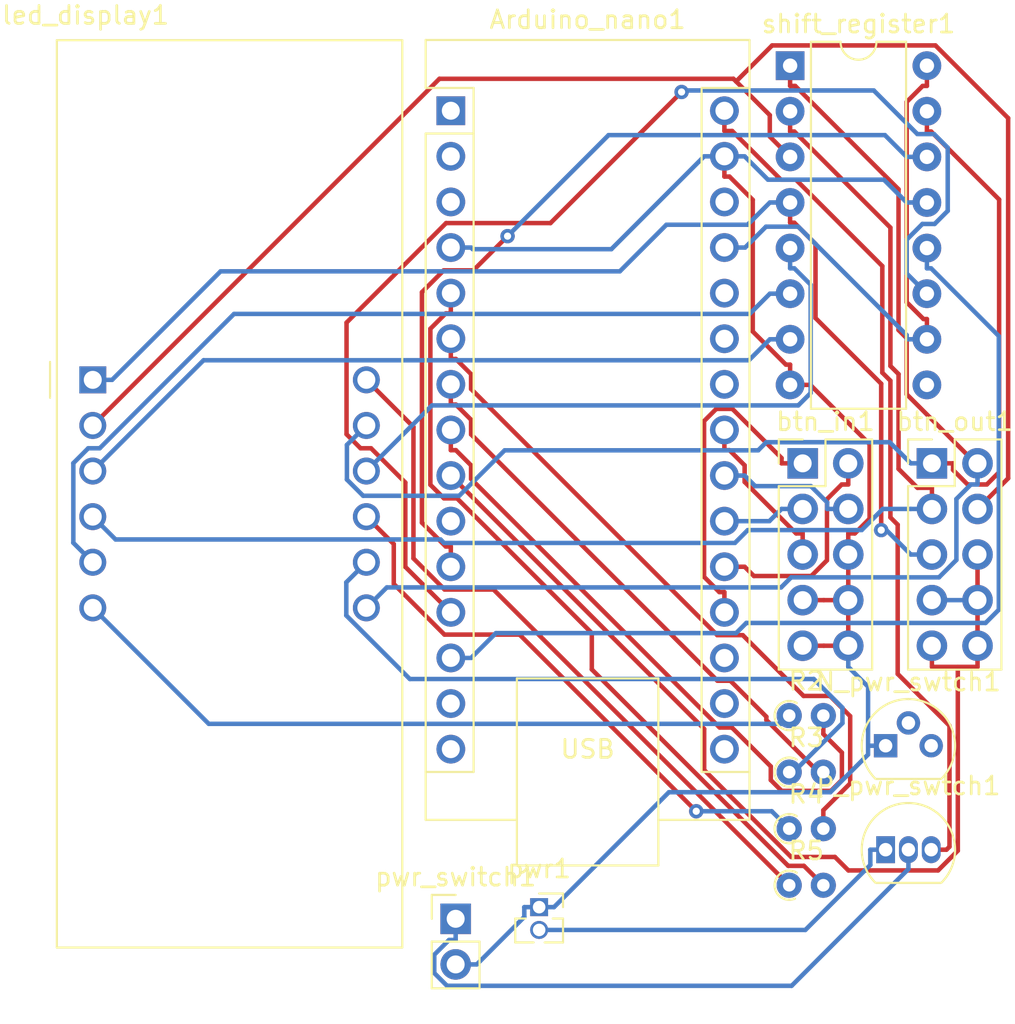
<source format=kicad_pcb>
(kicad_pcb (version 20221018) (generator pcbnew)
  (layers (0 "F.Cu" signal) (31 "B.Cu" signal) (34 "B.Paste" user) (35 "F.Paste" user) (36 "B.SilkS" user "B.Silkscreen") (37 "F.SilkS" user "F.Silkscreen") (38 "B.Mask" user) (39 "F.Mask" user) (44 "Edge.Cuts" user))
  (net 0 "")
  (net 1 "GND")
  (net 2 "Net-(Arduino_nano1-MOSI)")
  (net 3 "Net-(Arduino_nano1-MISO)")
  (net 4 "Net-(N_pwr_swtch1-G)")
  (net 5 "Net-(led_display1-DPX)")
  (net 6 "Net-(led_display1-g)")
  (net 7 "Net-(led_display1-f)")
  (net 12 "Net-(Arduino_nano1-D2)")
  (net 13 "Net-(Arduino_nano1-D3)")
  (net 14 "Net-(Arduino_nano1-D4)")
  (net 15 "Net-(Arduino_nano1-D5)")
  (net 16 "Net-(Arduino_nano1-D6)")
  (net 17 "Net-(Arduino_nano1-D7)")
  (net 18 "Net-(Arduino_nano1-D8)")
  (net 19 "Net-(Arduino_nano1-D9)")
  (net 20 "Net-(Arduino_nano1-D10)")
  (net 21 "Net-(N_pwr_swtch1-D)")
  (net 22 "+6V")
  (net 26 "Net-(Arduino_nano1-A0)")
  (net 27 "Net-(Arduino_nano1-A1)")
  (net 28 "Net-(Arduino_nano1-A2)")
  (net 29 "Net-(Arduino_nano1-A3)")
  (net 30 "Net-(Arduino_nano1-SDA{slash}A4)")
  (net 34 "Net-(Arduino_nano1-+5V)")
  (net 36 "Net-(Arduino_nano1-VIN)")
  (net 37 "Net-(btn_out1-Pin_1)")
  (net 38 "Net-(btn_out1-Pin_2)")
  (net 39 "Net-(btn_out1-Pin_3)")
  (net 40 "Net-(btn_out1-Pin_4)")
  (net 41 "Net-(btn_out1-Pin_5)")
  (net 42 "Net-(led_display1-CA4)")
  (net 43 "Net-(led_display1-CA3)")
  (net 44 "Net-(led_display1-CA2)")
  (net 45 "Net-(led_display1-CA1)")
  (net 46 "Net-(P_pwr_swtch1-G)")
  (footprint "Display_7Segment:CA56-12EWA" (layer "F.Cu") (at 118.395 70.35)
    (fp_text reference "led_display1" (at -0.4 -20.31) (layer "F.SilkS"))
    (fp_text value "CA56-12EWA")
    (pad "1" thru_hole rect (at 0 0) (size 1.5 1.5) (drill 1) (layers "*.Cu" "*.Mask") (net 41 "Net-(btn_out1-Pin_5)"))
    (pad "2" thru_hole circle (at 0 2.54) (size 1.5 1.5) (drill 1) (layers "*.Cu" "*.Mask") (net 40 "Net-(btn_out1-Pin_4)"))
    (pad "3" thru_hole circle (at 0 5.08) (size 1.5 1.5) (drill 1) (layers "*.Cu" "*.Mask") (net 5 "Net-(led_display1-DPX)"))
    (pad "4" thru_hole circle (at 0 7.62) (size 1.5 1.5) (drill 1) (layers "*.Cu" "*.Mask") (net 39 "Net-(btn_out1-Pin_3)"))
    (pad "5" thru_hole circle (at 0 10.16) (size 1.5 1.5) (drill 1) (layers "*.Cu" "*.Mask") (net 6 "Net-(led_display1-g)"))
    (pad "6" thru_hole circle (at 0 12.7) (size 1.5 1.5) (drill 1) (layers "*.Cu" "*.Mask") (net 42 "Net-(led_display1-CA4)"))
    (pad "7" thru_hole circle (at 15.24 12.7) (size 1.5 1.5) (drill 1) (layers "*.Cu" "*.Mask") (net 38 "Net-(btn_out1-Pin_2)"))
    (pad "8" thru_hole circle (at 15.24 10.16) (size 1.5 1.5) (drill 1) (layers "*.Cu" "*.Mask") (net 43 "Net-(led_display1-CA3)"))
    (pad "9" thru_hole circle (at 15.24 7.62) (size 1.5 1.5) (drill 1) (layers "*.Cu" "*.Mask") (net 44 "Net-(led_display1-CA2)"))
    (pad "10" thru_hole circle (at 15.24 5.08) (size 1.5 1.5) (drill 1) (layers "*.Cu" "*.Mask") (net 7 "Net-(led_display1-f)"))
    (pad "11" thru_hole circle (at 15.24 2.54) (size 1.5 1.5) (drill 1) (layers "*.Cu" "*.Mask") (net 37 "Net-(btn_out1-Pin_1)"))
    (pad "12" thru_hole circle (at 15.24 0) (size 1.5 1.5) (drill 1) (layers "*.Cu" "*.Mask") (net 45 "Net-(led_display1-CA1)"))
  )
  (footprint "Resistor_THT:R_Axial_DIN0204_L3.6mm_D1.6mm_P1.90mm_Vertical" (layer "F.Cu") (at 157.19 89.05)
    (fp_text reference "R2" (at 0.95 -1.92) (layer "F.SilkS"))
    (fp_text value "470")
    (pad "1" thru_hole circle (at 0 0) (size 1.4 1.4) (drill 0.7) (layers "*.Cu" "*.Mask") (net 42 "Net-(led_display1-CA4)"))
    (pad "2" thru_hole oval (at 1.9 0) (size 1.4 1.4) (drill 0.7) (layers "*.Cu" "*.Mask") (net 15 "Net-(Arduino_nano1-D5)"))
  )
  (footprint "Connector_PinHeader_2.54mm:PinHeader_2x05_P2.54mm_Vertical" (layer "F.Cu") (at 165.14 75)
    (fp_text reference "btn_out1" (at 1.27 -2.33) (layer "F.SilkS"))
    (fp_text value "~")
    (pad "1" thru_hole rect (at 0 0) (size 1.7 1.7) (drill 1) (layers "*.Cu" "*.Mask") (net 37 "Net-(btn_out1-Pin_1)"))
    (pad "2" thru_hole oval (at 2.54 0) (size 1.7 1.7) (drill 1) (layers "*.Cu" "*.Mask") (net 38 "Net-(btn_out1-Pin_2)"))
    (pad "3" thru_hole oval (at 0 2.54) (size 1.7 1.7) (drill 1) (layers "*.Cu" "*.Mask") (net 39 "Net-(btn_out1-Pin_3)"))
    (pad "4" thru_hole oval (at 2.54 2.54) (size 1.7 1.7) (drill 1) (layers "*.Cu" "*.Mask") (net 40 "Net-(btn_out1-Pin_4)"))
    (pad "5" thru_hole oval (at 0 5.08) (size 1.7 1.7) (drill 1) (layers "*.Cu" "*.Mask") (net 41 "Net-(btn_out1-Pin_5)"))
    (pad "6" thru_hole oval (at 2.54 5.08) (size 1.7 1.7) (drill 1) (layers "*.Cu" "*.Mask") (net 16 "Net-(Arduino_nano1-D6)"))
    (pad "7" thru_hole oval (at 0 7.62) (size 1.7 1.7) (drill 1) (layers "*.Cu" "*.Mask") (net 16 "Net-(Arduino_nano1-D6)"))
    (pad "8" thru_hole oval (at 2.54 7.62) (size 1.7 1.7) (drill 1) (layers "*.Cu" "*.Mask") (net 16 "Net-(Arduino_nano1-D6)"))
    (pad "9" thru_hole oval (at 0 10.16) (size 1.7 1.7) (drill 1) (layers "*.Cu" "*.Mask") (net 16 "Net-(Arduino_nano1-D6)"))
    (pad "10" thru_hole oval (at 2.54 10.16) (size 1.7 1.7) (drill 1) (layers "*.Cu" "*.Mask") (net 16 "Net-(Arduino_nano1-D6)"))
  )
  (footprint "Resistor_THT:R_Axial_DIN0204_L3.6mm_D1.6mm_P1.90mm_Vertical" (layer "F.Cu") (at 157.19 92.2)
    (fp_text reference "R3" (at 0.95 -1.92) (layer "F.SilkS"))
    (fp_text value "470")
    (pad "1" thru_hole circle (at 0 0) (size 1.4 1.4) (drill 0.7) (layers "*.Cu" "*.Mask") (net 43 "Net-(led_display1-CA3)"))
    (pad "2" thru_hole oval (at 1.9 0) (size 1.4 1.4) (drill 0.7) (layers "*.Cu" "*.Mask") (net 14 "Net-(Arduino_nano1-D4)"))
  )
  (footprint "Module:Arduino_Nano" (layer "F.Cu") (at 138.34 55.36)
    (fp_text reference "Arduino_nano1" (at 7.62 -5.08) (layer "F.SilkS"))
    (fp_text value "~")
    (fp_text user "USB" (at 7.62 35.56 unlocked) (layer "F.SilkS"))
    (pad "1" thru_hole rect (at 0 0) (size 1.6 1.6) (drill 1) (layers "*.Cu" "*.Mask"))
    (pad "2" thru_hole oval (at 0 2.54) (size 1.6 1.6) (drill 1) (layers "*.Cu" "*.Mask"))
    (pad "3" thru_hole oval (at 0 5.08) (size 1.6 1.6) (drill 1) (layers "*.Cu" "*.Mask"))
    (pad "4" thru_hole oval (at 0 7.62) (size 1.6 1.6) (drill 1) (layers "*.Cu" "*.Mask") (net 1 "GND"))
    (pad "5" thru_hole oval (at 0 10.16) (size 1.6 1.6) (drill 1) (layers "*.Cu" "*.Mask") (net 12 "Net-(Arduino_nano1-D2)"))
    (pad "6" thru_hole oval (at 0 12.7) (size 1.6 1.6) (drill 1) (layers "*.Cu" "*.Mask") (net 13 "Net-(Arduino_nano1-D3)"))
    (pad "7" thru_hole oval (at 0 15.24) (size 1.6 1.6) (drill 1) (layers "*.Cu" "*.Mask") (net 14 "Net-(Arduino_nano1-D4)"))
    (pad "8" thru_hole oval (at 0 17.78) (size 1.6 1.6) (drill 1) (layers "*.Cu" "*.Mask") (net 15 "Net-(Arduino_nano1-D5)"))
    (pad "9" thru_hole oval (at 0 20.32) (size 1.6 1.6) (drill 1) (layers "*.Cu" "*.Mask") (net 16 "Net-(Arduino_nano1-D6)"))
    (pad "10" thru_hole oval (at 0 22.86) (size 1.6 1.6) (drill 1) (layers "*.Cu" "*.Mask") (net 17 "Net-(Arduino_nano1-D7)"))
    (pad "11" thru_hole oval (at 0 25.4) (size 1.6 1.6) (drill 1) (layers "*.Cu" "*.Mask") (net 18 "Net-(Arduino_nano1-D8)"))
    (pad "12" thru_hole oval (at 0 27.94) (size 1.6 1.6) (drill 1) (layers "*.Cu" "*.Mask") (net 19 "Net-(Arduino_nano1-D9)"))
    (pad "13" thru_hole oval (at 0 30.48) (size 1.6 1.6) (drill 1) (layers "*.Cu" "*.Mask") (net 20 "Net-(Arduino_nano1-D10)"))
    (pad "14" thru_hole oval (at 0 33.02) (size 1.6 1.6) (drill 1) (layers "*.Cu" "*.Mask") (net 2 "Net-(Arduino_nano1-MOSI)"))
    (pad "15" thru_hole oval (at 0 35.56) (size 1.6 1.6) (drill 1) (layers "*.Cu" "*.Mask") (net 3 "Net-(Arduino_nano1-MISO)"))
    (pad "16" thru_hole oval (at 15.24 35.56) (size 1.6 1.6) (drill 1) (layers "*.Cu" "*.Mask"))
    (pad "17" thru_hole oval (at 15.24 33.02) (size 1.6 1.6) (drill 1) (layers "*.Cu" "*.Mask"))
    (pad "18" thru_hole oval (at 15.24 30.48) (size 1.6 1.6) (drill 1) (layers "*.Cu" "*.Mask"))
    (pad "19" thru_hole oval (at 15.24 27.94) (size 1.6 1.6) (drill 1) (layers "*.Cu" "*.Mask") (net 26 "Net-(Arduino_nano1-A0)"))
    (pad "20" thru_hole oval (at 15.24 25.4) (size 1.6 1.6) (drill 1) (layers "*.Cu" "*.Mask") (net 27 "Net-(Arduino_nano1-A1)"))
    (pad "21" thru_hole oval (at 15.24 22.86) (size 1.6 1.6) (drill 1) (layers "*.Cu" "*.Mask") (net 28 "Net-(Arduino_nano1-A2)"))
    (pad "22" thru_hole oval (at 15.24 20.32) (size 1.6 1.6) (drill 1) (layers "*.Cu" "*.Mask") (net 29 "Net-(Arduino_nano1-A3)"))
    (pad "23" thru_hole oval (at 15.24 17.78) (size 1.6 1.6) (drill 1) (layers "*.Cu" "*.Mask") (net 30 "Net-(Arduino_nano1-SDA{slash}A4)"))
    (pad "24" thru_hole oval (at 15.24 15.24) (size 1.6 1.6) (drill 1) (layers "*.Cu" "*.Mask"))
    (pad "25" thru_hole oval (at 15.24 12.7) (size 1.6 1.6) (drill 1) (layers "*.Cu" "*.Mask"))
    (pad "26" thru_hole oval (at 15.24 10.16) (size 1.6 1.6) (drill 1) (layers "*.Cu" "*.Mask"))
    (pad "27" thru_hole oval (at 15.24 7.62) (size 1.6 1.6) (drill 1) (layers "*.Cu" "*.Mask") (net 34 "Net-(Arduino_nano1-+5V)"))
    (pad "28" thru_hole oval (at 15.24 5.08) (size 1.6 1.6) (drill 1) (layers "*.Cu" "*.Mask"))
    (pad "29" thru_hole oval (at 15.24 2.54) (size 1.6 1.6) (drill 1) (layers "*.Cu" "*.Mask") (net 1 "GND"))
    (pad "30" thru_hole oval (at 15.24 0) (size 1.6 1.6) (drill 1) (layers "*.Cu" "*.Mask") (net 36 "Net-(Arduino_nano1-VIN)"))
  )
  (footprint "Package_TO_SOT_THT:TO-92_Inline" (layer "F.Cu") (at 162.56 96.52)
    (fp_text reference "P_pwr_swtch1" (at 1.27 -3.56) (layer "F.SilkS"))
    (fp_text value "VP3203N3-G")
    (pad "1" thru_hole rect (at 0 0) (size 1.05 1.5) (drill 0.75) (layers "*.Cu" "*.Mask") (net 22 "+6V"))
    (pad "2" thru_hole oval (at 1.27 0) (size 1.05 1.5) (drill 0.75) (layers "*.Cu" "*.Mask") (net 46 "Net-(P_pwr_swtch1-G)"))
    (pad "3" thru_hole oval (at 2.54 0) (size 1.05 1.5) (drill 0.75) (layers "*.Cu" "*.Mask") (net 36 "Net-(Arduino_nano1-VIN)"))
  )
  (footprint "Package_DIP:DIP-16_W7.62mm" (layer "F.Cu") (at 157.24 52.85)
    (fp_text reference "shift_register1" (at 3.81 -2.33) (layer "F.SilkS"))
    (fp_text value "74HC595")
    (pad "1" thru_hole rect (at 0 0) (size 1.6 1.6) (drill 0.8) (layers "*.Cu" "*.Mask") (net 38 "Net-(btn_out1-Pin_2)"))
    (pad "2" thru_hole oval (at 0 2.54) (size 1.6 1.6) (drill 0.8) (layers "*.Cu" "*.Mask") (net 39 "Net-(btn_out1-Pin_3)"))
    (pad "3" thru_hole oval (at 0 5.08) (size 1.6 1.6) (drill 0.8) (layers "*.Cu" "*.Mask") (net 40 "Net-(btn_out1-Pin_4)"))
    (pad "4" thru_hole oval (at 0 7.62) (size 1.6 1.6) (drill 0.8) (layers "*.Cu" "*.Mask") (net 41 "Net-(btn_out1-Pin_5)"))
    (pad "5" thru_hole oval (at 0 10.16) (size 1.6 1.6) (drill 0.8) (layers "*.Cu" "*.Mask") (net 7 "Net-(led_display1-f)"))
    (pad "6" thru_hole oval (at 0 12.7) (size 1.6 1.6) (drill 0.8) (layers "*.Cu" "*.Mask") (net 6 "Net-(led_display1-g)"))
    (pad "7" thru_hole oval (at 0 15.24) (size 1.6 1.6) (drill 0.8) (layers "*.Cu" "*.Mask") (net 5 "Net-(led_display1-DPX)"))
    (pad "8" thru_hole oval (at 0 17.78) (size 1.6 1.6) (drill 0.8) (layers "*.Cu" "*.Mask") (net 1 "GND"))
    (pad "9" thru_hole oval (at 7.62 17.78) (size 1.6 1.6) (drill 0.8) (layers "*.Cu" "*.Mask"))
    (pad "10" thru_hole oval (at 7.62 15.24) (size 1.6 1.6) (drill 0.8) (layers "*.Cu" "*.Mask") (net 34 "Net-(Arduino_nano1-+5V)"))
    (pad "11" thru_hole oval (at 7.62 12.7) (size 1.6 1.6) (drill 0.8) (layers "*.Cu" "*.Mask") (net 19 "Net-(Arduino_nano1-D9)"))
    (pad "12" thru_hole oval (at 7.62 10.16) (size 1.6 1.6) (drill 0.8) (layers "*.Cu" "*.Mask") (net 20 "Net-(Arduino_nano1-D10)"))
    (pad "13" thru_hole oval (at 7.62 7.62) (size 1.6 1.6) (drill 0.8) (layers "*.Cu" "*.Mask") (net 1 "GND"))
    (pad "14" thru_hole oval (at 7.62 5.08) (size 1.6 1.6) (drill 0.8) (layers "*.Cu" "*.Mask") (net 18 "Net-(Arduino_nano1-D8)"))
    (pad "15" thru_hole oval (at 7.62 2.54) (size 1.6 1.6) (drill 0.8) (layers "*.Cu" "*.Mask") (net 37 "Net-(btn_out1-Pin_1)"))
    (pad "16" thru_hole oval (at 7.62 0) (size 1.6 1.6) (drill 0.8) (layers "*.Cu" "*.Mask") (net 34 "Net-(Arduino_nano1-+5V)"))
  )
  (footprint "Connector_PinHeader_2.54mm:PinHeader_2x05_P2.54mm_Vertical" (layer "F.Cu") (at 157.94 75)
    (fp_text reference "btn_in1" (at 1.27 -2.33) (layer "F.SilkS"))
    (fp_text value "~")
    (pad "1" thru_hole rect (at 0 0) (size 1.7 1.7) (drill 1) (layers "*.Cu" "*.Mask") (net 26 "Net-(Arduino_nano1-A0)"))
    (pad "2" thru_hole oval (at 2.54 0) (size 1.7 1.7) (drill 1) (layers "*.Cu" "*.Mask") (net 27 "Net-(Arduino_nano1-A1)"))
    (pad "3" thru_hole oval (at 0 2.54) (size 1.7 1.7) (drill 1) (layers "*.Cu" "*.Mask") (net 28 "Net-(Arduino_nano1-A2)"))
    (pad "4" thru_hole oval (at 2.54 2.54) (size 1.7 1.7) (drill 1) (layers "*.Cu" "*.Mask") (net 29 "Net-(Arduino_nano1-A3)"))
    (pad "5" thru_hole oval (at 0 5.08) (size 1.7 1.7) (drill 1) (layers "*.Cu" "*.Mask") (net 30 "Net-(Arduino_nano1-SDA{slash}A4)"))
    (pad "6" thru_hole oval (at 2.54 5.08) (size 1.7 1.7) (drill 1) (layers "*.Cu" "*.Mask") (net 1 "GND"))
    (pad "7" thru_hole oval (at 0 7.62) (size 1.7 1.7) (drill 1) (layers "*.Cu" "*.Mask") (net 1 "GND"))
    (pad "8" thru_hole oval (at 2.54 7.62) (size 1.7 1.7) (drill 1) (layers "*.Cu" "*.Mask") (net 1 "GND"))
    (pad "9" thru_hole oval (at 0 10.16) (size 1.7 1.7) (drill 1) (layers "*.Cu" "*.Mask") (net 1 "GND"))
    (pad "10" thru_hole oval (at 2.54 10.16) (size 1.7 1.7) (drill 1) (layers "*.Cu" "*.Mask") (net 1 "GND"))
  )
  (footprint "Resistor_THT:R_Axial_DIN0204_L3.6mm_D1.6mm_P1.90mm_Vertical" (layer "F.Cu") (at 157.19 95.35)
    (fp_text reference "R4" (at 0.95 -1.92) (layer "F.SilkS"))
    (fp_text value "470")
    (pad "1" thru_hole circle (at 0 0) (size 1.4 1.4) (drill 0.7) (layers "*.Cu" "*.Mask") (net 44 "Net-(led_display1-CA2)"))
    (pad "2" thru_hole oval (at 1.9 0) (size 1.4 1.4) (drill 0.7) (layers "*.Cu" "*.Mask") (net 13 "Net-(Arduino_nano1-D3)"))
  )
  (footprint "Connector_PinHeader_2.54mm:PinHeader_1x02_P2.54mm_Vertical" (layer "F.Cu") (at 138.61 100.37)
    (fp_text reference "pwr_switch1" (at 0 -2.33) (layer "F.SilkS"))
    (fp_text value "~")
    (pad "1" thru_hole rect (at 0 0) (size 1.7 1.7) (drill 1) (layers "*.Cu" "*.Mask") (net 46 "Net-(P_pwr_swtch1-G)"))
    (pad "2" thru_hole oval (at 0 2.54) (size 1.7 1.7) (drill 1) (layers "*.Cu" "*.Mask") (net 1 "GND"))
  )
  (footprint "Connector_PinSocket_1.27mm:PinSocket_1x02_P1.27mm_Vertical" (layer "F.Cu") (at 143.26 99.72)
    (fp_text reference "pwr1" (at 0 -2.135) (layer "F.SilkS"))
    (fp_text value "Conn_01x02_Socket")
    (pad "1" thru_hole rect (at 0 0) (size 1 1) (drill 0.7) (layers "*.Cu" "*.Mask") (net 1 "GND"))
    (pad "2" thru_hole oval (at 0 1.27) (size 1 1) (drill 0.7) (layers "*.Cu" "*.Mask") (net 22 "+6V"))
  )
  (footprint "Package_TO_SOT_THT:TO-92" (layer "F.Cu") (at 162.56 90.73)
    (fp_text reference "N_pwr_swtch1" (at 1.27 -3.56) (layer "F.SilkS"))
    (fp_text value "512-BS270")
    (pad "1" thru_hole rect (at 0 0) (size 1.3 1.3) (drill 0.75) (layers "*.Cu" "*.Mask") (net 1 "GND"))
    (pad "2" thru_hole circle (at 1.27 -1.27) (size 1.3 1.3) (drill 0.75) (layers "*.Cu" "*.Mask") (net 4 "Net-(N_pwr_swtch1-G)"))
    (pad "3" thru_hole circle (at 2.54 0) (size 1.3 1.3) (drill 0.75) (layers "*.Cu" "*.Mask") (net 21 "Net-(N_pwr_swtch1-D)"))
  )
  (footprint "Resistor_THT:R_Axial_DIN0204_L3.6mm_D1.6mm_P1.90mm_Vertical" (layer "F.Cu") (at 157.19 98.5)
    (fp_text reference "R5" (at 0.95 -1.92) (layer "F.SilkS"))
    (fp_text value "470")
    (pad "1" thru_hole circle (at 0 0) (size 1.4 1.4) (drill 0.7) (layers "*.Cu" "*.Mask") (net 45 "Net-(led_display1-CA1)"))
    (pad "2" thru_hole oval (at 1.9 0) (size 1.4 1.4) (drill 0.7) (layers "*.Cu" "*.Mask") (net 12 "Net-(Arduino_nano1-D2)"))
  )
  (segment (start 158.3669 70.63) (end 161.669 73.9321) (width 0.25) (layer "F.Cu") (net 1))
  (segment (start 160.48 85.16) (end 159.1169 85.16) (width 0.25) (layer "F.Cu") (net 1))
  (segment (start 161.669 73.9321) (end 161.669 78.0819) (width 0.25) (layer "F.Cu") (net 1))
  (segment (start 160.48 82.62) (end 159.1169 82.62) (width 0.25) (layer "F.Cu") (net 1))
  (segment (start 160.48 82.62) (end 160.48 80.08) (width 0.25) (layer "F.Cu") (net 1))
  (segment (start 155.1588 67.6554) (end 155.1588 60.3239) (width 0.25) (layer "F.Cu") (net 1))
  (segment (start 157.94 85.16) (end 159.1169 85.16) (width 0.25) (layer "F.Cu") (net 1))
  (segment (start 155.1588 60.3239) (end 153.8618 59.0269) (width 0.25) (layer "F.Cu") (net 1))
  (segment (start 157.24 70.63) (end 158.3669 70.63) (width 0.25) (layer "F.Cu") (net 1))
  (segment (start 160.48 85.16) (end 160.48 82.62) (width 0.25) (layer "F.Cu") (net 1))
  (segment (start 153.8618 59.0269) (end 153.58 59.0269) (width 0.25) (layer "F.Cu") (net 1))
  (segment (start 160.48 80.08) (end 160.48 78.9031) (width 0.25) (layer "F.Cu") (net 1))
  (segment (start 157.24 69.5031) (end 157.0065 69.5031) (width 0.25) (layer "F.Cu") (net 1))
  (segment (start 160.8478 78.9031) (end 160.48 78.9031) (width 0.25) (layer "F.Cu") (net 1))
  (segment (start 153.58 57.9) (end 153.58 59.0269) (width 0.25) (layer "F.Cu") (net 1))
  (segment (start 161.669 78.0819) (end 160.8478 78.9031) (width 0.25) (layer "F.Cu") (net 1))
  (segment (start 157.0065 69.5031) (end 155.1588 67.6554) (width 0.25) (layer "F.Cu") (net 1))
  (segment (start 157.24 70.63) (end 157.24 69.5031) (width 0.25) (layer "F.Cu") (net 1))
  (segment (start 157.94 82.62) (end 159.1169 82.62) (width 0.25) (layer "F.Cu") (net 1))
  (segment (start 150.4883 93.3186) (end 144.0869 99.72) (width 0.25) (layer "B.Cu") (net 1))
  (segment (start 153.58 57.9) (end 152.4531 57.9) (width 0.25) (layer "B.Cu") (net 1))
  (segment (start 153.58 57.9) (end 154.7069 57.9) (width 0.25) (layer "B.Cu") (net 1))
  (segment (start 161.5831 90.73) (end 161.5831 91.2184) (width 0.25) (layer "B.Cu") (net 1))
  (segment (start 162.4631 59.2) (end 163.7331 60.47) (width 0.25) (layer "B.Cu") (net 1))
  (segment (start 162.56 90.73) (end 161.5831 90.73) (width 0.25) (layer "B.Cu") (net 1))
  (segment (start 156.0069 59.2) (end 162.4631 59.2) (width 0.25) (layer "B.Cu") (net 1))
  (segment (start 142.4331 99.72) (end 142.4331 100.2638) (width 0.25) (layer "B.Cu") (net 1))
  (segment (start 142.4331 100.2638) (end 139.7869 102.91) (width 0.25) (layer "B.Cu") (net 1))
  (segment (start 139.5588 63.0719) (end 147.2812 63.0719) (width 0.25) (layer "B.Cu") (net 1))
  (segment (start 143.26 99.72) (end 144.0869 99.72) (width 0.25) (layer "B.Cu") (net 1))
  (segment (start 154.7069 57.9) (end 156.0069 59.2) (width 0.25) (layer "B.Cu") (net 1))
  (segment (start 138.61 102.91) (end 139.7869 102.91) (width 0.25) (layer "B.Cu") (net 1))
  (segment (start 139.4669 62.98) (end 139.5588 63.0719) (width 0.25) (layer "B.Cu") (net 1))
  (segment (start 143.26 99.72) (end 142.4331 99.72) (width 0.25) (layer "B.Cu") (net 1))
  (segment (start 147.2812 63.0719) (end 152.4531 57.9) (width 0.25) (layer "B.Cu") (net 1))
  (segment (start 161.5831 91.2184) (end 159.4829 93.3186) (width 0.25) (layer "B.Cu") (net 1))
  (segment (start 160.48 85.16) (end 160.48 86.3369) (width 0.25) (layer "B.Cu") (net 1))
  (segment (start 159.4829 93.3186) (end 150.4883 93.3186) (width 0.25) (layer "B.Cu") (net 1))
  (segment (start 161.5831 87.44) (end 160.48 86.3369) (width 0.25) (layer "B.Cu") (net 1))
  (segment (start 138.34 62.98) (end 139.4669 62.98) (width 0.25) (layer "B.Cu") (net 1))
  (segment (start 161.5831 90.73) (end 161.5831 87.44) (width 0.25) (layer "B.Cu") (net 1))
  (segment (start 164.86 60.47) (end 163.7331 60.47) (width 0.25) (layer "B.Cu") (net 1))
  (segment (start 118.395 75.43) (end 124.5658 69.2592) (width 0.25) (layer "B.Cu") (net 5))
  (segment (start 157.24 68.09) (end 156.1131 68.09) (width 0.25) (layer "B.Cu") (net 5))
  (segment (start 154.9439 69.2592) (end 156.1131 68.09) (width 0.25) (layer "B.Cu") (net 5))
  (segment (start 124.5658 69.2592) (end 154.9439 69.2592) (width 0.25) (layer "B.Cu") (net 5))
  (segment (start 118.7814 74.16) (end 118.1419 74.16) (width 0.25) (layer "B.Cu") (net 6))
  (segment (start 157.24 65.55) (end 156.1131 65.55) (width 0.25) (layer "B.Cu") (net 6))
  (segment (start 117.3124 74.9895) (end 117.3124 79.4274) (width 0.25) (layer "B.Cu") (net 6))
  (segment (start 154.9862 66.6769) (end 126.2645 66.6769) (width 0.25) (layer "B.Cu") (net 6))
  (segment (start 156.1131 65.55) (end 154.9862 66.6769) (width 0.25) (layer "B.Cu") (net 6))
  (segment (start 117.3124 79.4274) (end 118.395 80.51) (width 0.25) (layer "B.Cu") (net 6))
  (segment (start 126.2645 66.6769) (end 118.7814 74.16) (width 0.25) (layer "B.Cu") (net 6))
  (segment (start 118.1419 74.16) (end 117.3124 74.9895) (width 0.25) (layer "B.Cu") (net 6))
  (segment (start 157.696 71.7724) (end 158.3861 71.0823) (width 0.25) (layer "B.Cu") (net 7))
  (segment (start 158.3861 71.0823) (end 158.3861 65.0495) (width 0.25) (layer "B.Cu") (net 7))
  (segment (start 158.3861 65.0495) (end 157.4735 64.1369) (width 0.25) (layer "B.Cu") (net 7))
  (segment (start 133.635 75.43) (end 137.2926 71.7724) (width 0.25) (layer "B.Cu") (net 7))
  (segment (start 157.24 63.01) (end 157.24 64.1369) (width 0.25) (layer "B.Cu") (net 7))
  (segment (start 137.2926 71.7724) (end 157.696 71.7724) (width 0.25) (layer "B.Cu") (net 7))
  (segment (start 157.4735 64.1369) (end 157.24 64.1369) (width 0.25) (layer "B.Cu") (net 7))
  (segment (start 138.6879 76.95) (end 137.9585 76.95) (width 0.25) (layer "F.Cu") (net 12))
  (segment (start 159.09 98.5) (end 158.0104 97.4204) (width 0.25) (layer "F.Cu") (net 12))
  (segment (start 138.0583 66.6469) (end 138.34 66.6469) (width 0.25) (layer "F.Cu") (net 12))
  (segment (start 137.2001 67.5051) (end 138.0583 66.6469) (width 0.25) (layer "F.Cu") (net 12))
  (segment (start 138.34 65.52) (end 138.34 66.6469) (width 0.25) (layer "F.Cu") (net 12))
  (segment (start 158.0104 97.4204) (end 157.1351 97.4204) (width 0.25) (layer "F.Cu") (net 12))
  (segment (start 157.1351 97.4204) (end 146.1933 86.4786) (width 0.25) (layer "F.Cu") (net 12))
  (segment (start 146.1933 86.4786) (end 146.1933 84.4554) (width 0.25) (layer "F.Cu") (net 12))
  (segment (start 146.1933 84.4554) (end 138.6879 76.95) (width 0.25) (layer "F.Cu") (net 12))
  (segment (start 137.9585 76.95) (end 137.2001 76.1916) (width 0.25) (layer "F.Cu") (net 12))
  (segment (start 137.2001 76.1916) (end 137.2001 67.5051) (width 0.25) (layer "F.Cu") (net 12))
  (segment (start 154.6029 84.57) (end 153.1809 84.57) (width 0.25) (layer "F.Cu") (net 13))
  (segment (start 139.4669 70.856) (end 139.4669 70.032) (width 0.25) (layer "F.Cu") (net 13))
  (segment (start 159.09 95.35) (end 159.09 94.3231) (width 0.25) (layer "F.Cu") (net 13))
  (segment (start 153.1809 84.57) (end 139.4669 70.856) (width 0.25) (layer "F.Cu") (net 13))
  (segment (start 139.4669 70.032) (end 138.6218 69.1869) (width 0.25) (layer "F.Cu") (net 13))
  (segment (start 160.5867 92.8264) (end 160.5867 89.0836) (width 0.25) (layer "F.Cu") (net 13))
  (segment (start 157.9884 87.9555) (end 154.6029 84.57) (width 0.25) (layer "F.Cu") (net 13))
  (segment (start 160.5867 89.0836) (end 159.4586 87.9555) (width 0.25) (layer "F.Cu") (net 13))
  (segment (start 159.4586 87.9555) (end 157.9884 87.9555) (width 0.25) (layer "F.Cu") (net 13))
  (segment (start 159.09 94.3231) (end 160.5867 92.8264) (width 0.25) (layer "F.Cu") (net 13))
  (segment (start 138.34 68.06) (end 138.34 69.1869) (width 0.25) (layer "F.Cu") (net 13))
  (segment (start 138.6218 69.1869) (end 138.34 69.1869) (width 0.25) (layer "F.Cu") (net 13))
  (segment (start 155.9154 89.2938) (end 158.8216 92.2) (width 0.25) (layer "F.Cu") (net 14))
  (segment (start 138.34 71.7269) (end 138.6218 71.7269) (width 0.25) (layer "F.Cu") (net 14))
  (segment (start 139.4669 72.572) (end 139.4669 73.3845) (width 0.25) (layer "F.Cu") (net 14))
  (segment (start 155.9154 89.1123) (end 155.9154 89.2938) (width 0.25) (layer "F.Cu") (net 14))
  (segment (start 138.6218 71.7269) (end 139.4669 72.572) (width 0.25) (layer "F.Cu") (net 14))
  (segment (start 158.8216 92.2) (end 159.09 92.2) (width 0.25) (layer "F.Cu") (net 14))
  (segment (start 153.9131 87.11) (end 155.9154 89.1123) (width 0.25) (layer "F.Cu") (net 14))
  (segment (start 139.4669 73.3845) (end 153.1924 87.11) (width 0.25) (layer "F.Cu") (net 14))
  (segment (start 153.1924 87.11) (end 153.9131 87.11) (width 0.25) (layer "F.Cu") (net 14))
  (segment (start 138.34 70.6) (end 138.34 71.7269) (width 0.25) (layer "F.Cu") (net 14))
  (segment (start 138.34 73.14) (end 138.34 74.2669) (width 0.25) (layer "F.Cu") (net 15))
  (segment (start 159.09 89.05) (end 159.09 90.0769) (width 0.25) (layer "F.Cu") (net 15))
  (segment (start 138.6218 74.2669) (end 139.4669 75.112) (width 0.25) (layer "F.Cu") (net 15))
  (segment (start 139.4669 75.8662) (end 153.316 89.7153) (width 0.25) (layer "F.Cu") (net 15))
  (segment (start 156.1631 91.8806) (end 156.1631 92.6404) (width 0.25) (layer "F.Cu") (net 15))
  (segment (start 156.7675 93.2448) (end 159.5134 93.2448) (width 0.25) (layer "F.Cu") (net 15))
  (segment (start 156.1631 92.6404) (end 156.7675 93.2448) (width 0.25) (layer "F.Cu") (net 15))
  (segment (start 138.34 74.2669) (end 138.6218 74.2669) (width 0.25) (layer "F.Cu") (net 15))
  (segment (start 139.4669 75.112) (end 139.4669 75.8662) (width 0.25) (layer "F.Cu") (net 15))
  (segment (start 153.9978 89.7153) (end 156.1631 91.8806) (width 0.25) (layer "F.Cu") (net 15))
  (segment (start 160.1251 91.112) (end 159.09 90.0769) (width 0.25) (layer "F.Cu") (net 15))
  (segment (start 159.5134 93.2448) (end 160.1251 92.6331) (width 0.25) (layer "F.Cu") (net 15))
  (segment (start 153.316 89.7153) (end 153.9978 89.7153) (width 0.25) (layer "F.Cu") (net 15))
  (segment (start 160.1251 92.6331) (end 160.1251 91.112) (width 0.25) (layer "F.Cu") (net 15))
  (segment (start 167.68 82.62) (end 167.68 80.08) (width 0.25) (layer "F.Cu") (net 16))
  (segment (start 167.68 85.16) (end 167.68 86.3369) (width 0.25) (layer "F.Cu") (net 16))
  (segment (start 152.4531 89.7931) (end 152.4531 92.0812) (width 0.25) (layer "F.Cu") (net 16))
  (segment (start 167.68 86.3369) (end 166.582 86.3369) (width 0.25) (layer "F.Cu") (net 16))
  (segment (start 138.34 75.68) (end 152.4531 89.7931) (width 0.25) (layer "F.Cu") (net 16))
  (segment (start 152.4531 92.0812) (end 157.2969 96.925) (width 0.25) (layer "F.Cu") (net 16))
  (segment (start 157.2969 96.925) (end 159.7369 96.925) (width 0.25) (layer "F.Cu") (net 16))
  (segment (start 160.4857 97.6738) (end 165.484 97.6738) (width 0.25) (layer "F.Cu") (net 16))
  (segment (start 165.484 97.6738) (end 166.582 96.5758) (width 0.25) (layer "F.Cu") (net 16))
  (segment (start 159.7369 96.925) (end 160.4857 97.6738) (width 0.25) (layer "F.Cu") (net 16))
  (segment (start 165.14 85.16) (end 165.14 86.3369) (width 0.25) (layer "F.Cu") (net 16))
  (segment (start 166.582 96.5758) (end 166.582 86.3369) (width 0.25) (layer "F.Cu") (net 16))
  (segment (start 167.68 85.16) (end 167.68 82.62) (width 0.25) (layer "F.Cu") (net 16))
  (segment (start 166.582 86.3369) (end 165.14 86.3369) (width 0.25) (layer "F.Cu") (net 16))
  (segment (start 167.68 82.62) (end 165.14 82.62) (width 0.25) (layer "B.Cu") (net 16))
  (segment (start 137.9467 64.25) (end 139.5953 64.25) (width 0.25) (layer "F.Cu") (net 18))
  (segment (start 138.0583 79.6331) (end 136.7292 78.304) (width 0.25) (layer "F.Cu") (net 18))
  (segment (start 139.5953 64.25) (end 141.5003 62.345) (width 0.25) (layer "F.Cu") (net 18))
  (segment (start 138.34 80.76) (end 138.34 79.6331) (width 0.25) (layer "F.Cu") (net 18))
  (segment (start 138.34 79.6331) (end 138.0583 79.6331) (width 0.25) (layer "F.Cu") (net 18))
  (segment (start 136.7292 65.4675) (end 137.9467 64.25) (width 0.25) (layer "F.Cu") (net 18))
  (segment (start 136.7292 78.304) (end 136.7292 65.4675) (width 0.25) (layer "F.Cu") (net 18))
  (via (at 141.5003 62.345) (size 0.8) (drill 0.4) (layers "F.Cu" "B.Cu") (net 18))
  (segment (start 164.86 57.93) (end 163.7331 57.93) (width 0.25) (layer "B.Cu") (net 18))
  (segment (start 162.5204 56.7173) (end 163.7331 57.93) (width 0.25) (layer "B.Cu") (net 18))
  (segment (start 147.128 56.7173) (end 162.5204 56.7173) (width 0.25) (layer "B.Cu") (net 18))
  (segment (start 141.5003 62.345) (end 147.128 56.7173) (width 0.25) (layer "B.Cu") (net 18))
  (segment (start 133.8959 74.16) (end 135.806 76.0701) (width 0.25) (layer "F.Cu") (net 19))
  (segment (start 132.5309 67.1622) (end 132.5309 73.3796) (width 0.25) (layer "F.Cu") (net 19))
  (segment (start 138.075 61.6181) (end 132.5309 67.1622) (width 0.25) (layer "F.Cu") (net 19))
  (segment (start 135.806 76.0701) (end 135.806 80.766) (width 0.25) (layer "F.Cu") (net 19))
  (segment (start 133.3113 74.16) (end 133.8959 74.16) (width 0.25) (layer "F.Cu") (net 19))
  (segment (start 151.1933 54.3157) (end 143.8909 61.6181) (width 0.25) (layer "F.Cu") (net 19))
  (segment (start 132.5309 73.3796) (end 133.3113 74.16) (width 0.25) (layer "F.Cu") (net 19))
  (segment (start 135.806 80.766) (end 138.34 83.3) (width 0.25) (layer "F.Cu") (net 19))
  (segment (start 143.8909 61.6181) (end 138.075 61.6181) (width 0.25) (layer "F.Cu") (net 19))
  (via (at 151.1933 54.3157) (size 0.8) (drill 0.4) (layers "F.Cu" "B.Cu") (net 19))
  (segment (start 164.3298 56.66) (end 161.9008 54.231) (width 0.25) (layer "B.Cu") (net 19))
  (segment (start 163.7321 64.4221) (end 163.7321 62.5441) (width 0.25) (layer "B.Cu") (net 19))
  (segment (start 151.278 54.231) (end 151.1933 54.3157) (width 0.25) (layer "B.Cu") (net 19))
  (segment (start 166.0199 57.4188) (end 165.2611 56.66) (width 0.25) (layer "B.Cu") (net 19))
  (segment (start 166.0199 60.9371) (end 166.0199 57.4188) (width 0.25) (layer "B.Cu") (net 19))
  (segment (start 161.9008 54.231) (end 151.278 54.231) (width 0.25) (layer "B.Cu") (net 19))
  (segment (start 164.86 65.55) (end 163.7321 64.4221) (width 0.25) (layer "B.Cu") (net 19))
  (segment (start 163.7321 62.5441) (end 164.6101 61.6661) (width 0.25) (layer "B.Cu") (net 19))
  (segment (start 165.2611 56.66) (end 164.3298 56.66) (width 0.25) (layer "B.Cu") (net 19))
  (segment (start 164.6101 61.6661) (end 165.2909 61.6661) (width 0.25) (layer "B.Cu") (net 19))
  (segment (start 165.2909 61.6661) (end 166.0199 60.9371) (width 0.25) (layer "B.Cu") (net 19))
  (segment (start 140.851 84.4559) (end 154.2341 84.4559) (width 0.25) (layer "B.Cu") (net 20))
  (segment (start 168.1296 83.89) (end 168.8663 83.1533) (width 0.25) (layer "B.Cu") (net 20))
  (segment (start 139.4669 85.84) (end 140.851 84.4559) (width 0.25) (layer "B.Cu") (net 20))
  (segment (start 165.0935 64.1369) (end 164.86 64.1369) (width 0.25) (layer "B.Cu") (net 20))
  (segment (start 168.8663 67.9097) (end 165.0935 64.1369) (width 0.25) (layer "B.Cu") (net 20))
  (segment (start 168.8663 83.1533) (end 168.8663 67.9097) (width 0.25) (layer "B.Cu") (net 20))
  (segment (start 138.34 85.84) (end 139.4669 85.84) (width 0.25) (layer "B.Cu") (net 20))
  (segment (start 164.86 63.01) (end 164.86 64.1369) (width 0.25) (layer "B.Cu") (net 20))
  (segment (start 154.8 83.89) (end 168.1296 83.89) (width 0.25) (layer "B.Cu") (net 20))
  (segment (start 154.2341 84.4559) (end 154.8 83.89) (width 0.25) (layer "B.Cu") (net 20))
  (segment (start 158.09 100.99) (end 143.26 100.99) (width 0.25) (layer "B.Cu") (net 22))
  (segment (start 162.56 96.52) (end 161.7081 96.52) (width 0.25) (layer "B.Cu") (net 22))
  (segment (start 161.7081 97.3719) (end 158.09 100.99) (width 0.25) (layer "B.Cu") (net 22))
  (segment (start 161.7081 96.52) (end 161.7081 97.3719) (width 0.25) (layer "B.Cu") (net 22))
  (segment (start 153.58 83.3) (end 153.58 82.1731) (width 0.25) (layer "F.Cu") (net 26))
  (segment (start 152.4488 72.6453) (end 153.1272 71.9669) (width 0.25) (layer "F.Cu") (net 26))
  (segment (start 154.0242 71.9669) (end 156.7631 74.7058) (width 0.25) (layer "F.Cu") (net 26))
  (segment (start 153.58 82.1731) (end 153.2983 82.1731) (width 0.25) (layer "F.Cu") (net 26))
  (segment (start 153.2983 82.1731) (end 152.4488 81.3236) (width 0.25) (layer "F.Cu") (net 26))
  (segment (start 152.4488 81.3236) (end 152.4488 72.6453) (width 0.25) (layer "F.Cu") (net 26))
  (segment (start 153.1272 71.9669) (end 154.0242 71.9669) (width 0.25) (layer "F.Cu") (net 26))
  (segment (start 156.7631 74.7058) (end 156.7631 75) (width 0.25) (layer "F.Cu") (net 26))
  (segment (start 157.94 75) (end 156.7631 75) (width 0.25) (layer "F.Cu") (net 26))
  (segment (start 160.1142 76.1769) (end 160.48 76.1769) (width 0.25) (layer "F.Cu") (net 27))
  (segment (start 160.48 75) (end 160.48 76.1769) (width 0.25) (layer "F.Cu") (net 27))
  (segment (start 155.2231 81.2762) (end 158.4191 81.2762) (width 0.25) (layer "F.Cu") (net 27))
  (segment (start 154.7069 80.76) (end 155.2231 81.2762) (width 0.25) (layer "F.Cu") (net 27))
  (segment (start 158.4191 81.2762) (end 159.2935 80.4018) (width 0.25) (layer "F.Cu") (net 27))
  (segment (start 159.2935 80.4018) (end 159.2935 76.9976) (width 0.25) (layer "F.Cu") (net 27))
  (segment (start 159.2935 76.9976) (end 160.1142 76.1769) (width 0.25) (layer "F.Cu") (net 27))
  (segment (start 153.58 80.76) (end 154.7069 80.76) (width 0.25) (layer "F.Cu") (net 27))
  (segment (start 153.58 78.22) (end 156.0831 78.22) (width 0.25) (layer "B.Cu") (net 28))
  (segment (start 156.0831 78.22) (end 156.7631 77.54) (width 0.25) (layer "B.Cu") (net 28))
  (segment (start 157.94 77.54) (end 156.7631 77.54) (width 0.25) (layer "B.Cu") (net 28))
  (segment (start 159.3031 77.1742) (end 159.3031 77.54) (width 0.25) (layer "B.Cu") (net 29))
  (segment (start 155.2968 76.2699) (end 158.3988 76.2699) (width 0.25) (layer "B.Cu") (net 29))
  (segment (start 154.7069 75.68) (end 155.2968 76.2699) (width 0.25) (layer "B.Cu") (net 29))
  (segment (start 153.58 75.68) (end 154.7069 75.68) (width 0.25) (layer "B.Cu") (net 29))
  (segment (start 158.3988 76.2699) (end 159.3031 77.1742) (width 0.25) (layer "B.Cu") (net 29))
  (segment (start 160.48 77.54) (end 159.3031 77.54) (width 0.25) (layer "B.Cu") (net 29))
  (segment (start 157.5742 78.9031) (end 157.94 78.9031) (width 0.25) (layer "F.Cu") (net 30))
  (segment (start 153.8618 74.2669) (end 154.7069 75.112) (width 0.25) (layer "F.Cu") (net 30))
  (segment (start 154.7069 76.0358) (end 157.5742 78.9031) (width 0.25) (layer "F.Cu") (net 30))
  (segment (start 154.7069 75.112) (end 154.7069 76.0358) (width 0.25) (layer "F.Cu") (net 30))
  (segment (start 157.94 80.08) (end 157.94 78.9031) (width 0.25) (layer "F.Cu") (net 30))
  (segment (start 153.58 74.2669) (end 153.8618 74.2669) (width 0.25) (layer "F.Cu") (net 30))
  (segment (start 153.58 73.14) (end 153.58 74.2669) (width 0.25) (layer "F.Cu") (net 30))
  (segment (start 163.7331 66.0263) (end 163.7331 54.8703) (width 0.25) (layer "F.Cu") (net 34))
  (segment (start 163.7331 54.8703) (end 164.6265 53.9769) (width 0.25) (layer "F.Cu") (net 34))
  (segment (start 164.86 66.9631) (end 164.6699 66.9631) (width 0.25) (layer "F.Cu") (net 34))
  (segment (start 164.6265 53.9769) (end 164.86 53.9769) (width 0.25) (layer "F.Cu") (net 34))
  (segment (start 164.86 68.09) (end 164.86 66.9631) (width 0.25) (layer "F.Cu") (net 34))
  (segment (start 164.6699 66.9631) (end 163.7331 66.0263) (width 0.25) (layer "F.Cu") (net 34))
  (segment (start 164.86 52.85) (end 164.86 53.9769) (width 0.25) (layer "F.Cu") (net 34))
  (segment (start 164.86 68.09) (end 163.7331 68.09) (width 0.25) (layer "B.Cu") (net 34))
  (segment (start 157.6941 61.8175) (end 163.7331 67.8565) (width 0.25) (layer "B.Cu") (net 34))
  (segment (start 163.7331 67.8565) (end 163.7331 68.09) (width 0.25) (layer "B.Cu") (net 34))
  (segment (start 153.58 62.98) (end 154.7339 62.98) (width 0.25) (layer "B.Cu") (net 34))
  (segment (start 155.8964 61.8175) (end 157.6941 61.8175) (width 0.25) (layer "B.Cu") (net 34))
  (segment (start 154.7339 62.98) (end 155.8964 61.8175) (width 0.25) (layer "B.Cu") (net 34))
  (segment (start 157.5642 59.2) (end 162.3759 64.0117) (width 0.25) (layer "F.Cu") (net 36))
  (segment (start 163.2327 78.4179) (end 163.2327 86.7291) (width 0.25) (layer "F.Cu") (net 36))
  (segment (start 162.8278 78.013) (end 163.2327 78.4179) (width 0.25) (layer "F.Cu") (net 36))
  (segment (start 166.1182 96.3537) (end 165.9519 96.52) (width 0.25) (layer "F.Cu") (net 36))
  (segment (start 162.3759 69.9483) (end 162.8278 70.4002) (width 0.25) (layer "F.Cu") (net 36))
  (segment (start 162.3759 64.0117) (end 162.3759 69.9483) (width 0.25) (layer "F.Cu") (net 36))
  (segment (start 154.0122 56.4869) (end 156.7253 59.2) (width 0.25) (layer "F.Cu") (net 36))
  (segment (start 163.2327 86.7291) (end 166.1182 89.6146) (width 0.25) (layer "F.Cu") (net 36))
  (segment (start 162.8278 70.4002) (end 162.8278 78.013) (width 0.25) (layer "F.Cu") (net 36))
  (segment (start 153.58 56.4869) (end 154.0122 56.4869) (width 0.25) (layer "F.Cu") (net 36))
  (segment (start 166.1182 89.6146) (end 166.1182 96.3537) (width 0.25) (layer "F.Cu") (net 36))
  (segment (start 156.7253 59.2) (end 157.5642 59.2) (width 0.25) (layer "F.Cu") (net 36))
  (segment (start 165.1 96.52) (end 165.9519 96.52) (width 0.25) (layer "F.Cu") (net 36))
  (segment (start 153.58 55.36) (end 153.58 56.4869) (width 0.25) (layer "F.Cu") (net 36))
  (segment (start 164.86 56.5169) (end 165.0935 56.5169) (width 0.25) (layer "F.Cu") (net 37))
  (segment (start 165.14 75) (end 166.3169 75) (width 0.25) (layer "F.Cu") (net 37))
  (segment (start 168.1994 76.1769) (end 167.1259 76.1769) (width 0.25) (layer "F.Cu") (net 37))
  (segment (start 167.1259 76.1769) (end 166.3169 75.3679) (width 0.25) (layer "F.Cu") (net 37))
  (segment (start 165.0935 56.5169) (end 168.8833 60.3067) (width 0.25) (layer "F.Cu") (net 37))
  (segment (start 168.8833 75.493) (end 168.1994 76.1769) (width 0.25) (layer "F.Cu") (net 37))
  (segment (start 168.8833 60.3067) (end 168.8833 75.493) (width 0.25) (layer "F.Cu") (net 37))
  (segment (start 166.3169 75.3679) (end 166.3169 75) (width 0.25) (layer "F.Cu") (net 37))
  (segment (start 164.86 55.39) (end 164.86 56.5169) (width 0.25) (layer "F.Cu") (net 37))
  (segment (start 132.5519 73.9731) (end 132.5519 75.9033) (width 0.25) (layer "B.Cu") (net 37))
  (segment (start 138.8068 76.8069) (end 141.3385 74.2752) (width 0.25) (layer "B.Cu") (net 37))
  (segment (start 133.4555 76.8069) (end 138.8068 76.8069) (width 0.25) (layer "B.Cu") (net 37))
  (segment (start 133.635 72.89) (end 132.5519 73.9731) (width 0.25) (layer "B.Cu") (net 37))
  (segment (start 132.5519 75.9033) (end 133.4555 76.8069) (width 0.25) (layer "B.Cu") (net 37))
  (segment (start 155.915 73.8231) (end 162.7862 73.8231) (width 0.25) (layer "B.Cu") (net 37))
  (segment (start 141.3385 74.2752) (end 155.4629 74.2752) (width 0.25) (layer "B.Cu") (net 37))
  (segment (start 162.7862 73.8231) (end 163.9631 75) (width 0.25) (layer "B.Cu") (net 37))
  (segment (start 155.4629 74.2752) (end 155.915 73.8231) (width 0.25) (layer "B.Cu") (net 37))
  (segment (start 165.14 75) (end 163.9631 75) (width 0.25) (layer "B.Cu") (net 37))
  (segment (start 157.24 52.85) (end 157.24 53.9769) (width 0.25) (layer "F.Cu") (net 38))
  (segment (start 167.5812 75) (end 167.68 75) (width 0.25) (layer "F.Cu") (net 38))
  (segment (start 157.24 53.9769) (end 157.5217 53.9769) (width 0.25) (layer "F.Cu") (net 38))
  (segment (start 163.2797 67.5755) (end 163.7331 68.0289) (width 0.25) (layer "F.Cu") (net 38))
  (segment (start 163.7331 68.0289) (end 163.7331 71.1519) (width 0.25) (layer "F.Cu") (net 38))
  (segment (start 157.5217 53.9769) (end 163.2797 59.7349) (width 0.25) (layer "F.Cu") (net 38))
  (segment (start 163.2797 59.7349) (end 163.2797 67.5755) (width 0.25) (layer "F.Cu") (net 38))
  (segment (start 163.7331 71.1519) (end 167.5812 75) (width 0.25) (layer "F.Cu") (net 38))
  (segment (start 156.7397 81.9103) (end 134.7747 81.9103) (width 0.25) (layer "B.Cu") (net 38))
  (segment (start 165.5345 81.3499) (end 157.3001 81.3499) (width 0.25) (layer "B.Cu") (net 38))
  (segment (start 157.3001 81.3499) (end 156.7397 81.9103) (width 0.25) (layer "B.Cu") (net 38))
  (segment (start 167.68 75) (end 167.68 76.1769) (width 0.25) (layer "B.Cu") (net 38))
  (segment (start 166.5031 80.3813) (end 165.5345 81.3499) (width 0.25) (layer "B.Cu") (net 38))
  (segment (start 134.7747 81.9103) (end 133.635 83.05) (width 0.25) (layer "B.Cu") (net 38))
  (segment (start 167.68 76.1769) (end 167.3121 76.1769) (width 0.25) (layer "B.Cu") (net 38))
  (segment (start 167.3121 76.1769) (end 166.5031 76.9859) (width 0.25) (layer "B.Cu") (net 38))
  (segment (start 166.5031 76.9859) (end 166.5031 80.3813) (width 0.25) (layer "B.Cu") (net 38))
  (segment (start 164.3337 76.3631) (end 165.14 76.3631) (width 0.25) (layer "F.Cu") (net 39))
  (segment (start 157.24 55.39) (end 157.24 56.5169) (width 0.25) (layer "F.Cu") (net 39))
  (segment (start 162.8278 69.5769) (end 163.2811 70.0302) (width 0.25) (layer "F.Cu") (net 39))
  (segment (start 157.24 56.5169) (end 157.4735 56.5169) (width 0.25) (layer "F.Cu") (net 39))
  (segment (start 163.2811 75.3105) (end 164.3337 76.3631) (width 0.25) (layer "F.Cu") (net 39))
  (segment (start 162.8278 61.8712) (end 162.8278 69.5769) (width 0.25) (layer "F.Cu") (net 39))
  (segment (start 165.14 77.54) (end 165.14 76.3631) (width 0.25) (layer "F.Cu") (net 39))
  (segment (start 163.2811 70.0302) (end 163.2811 75.3105) (width 0.25) (layer "F.Cu") (net 39))
  (segment (start 157.4735 56.5169) (end 162.8278 61.8712) (width 0.25) (layer "F.Cu") (net 39))
  (segment (start 119.665 79.24) (end 118.395 77.97) (width 0.25) (layer "B.Cu") (net 39))
  (segment (start 137.9609 79.4346) (end 137.7663 79.24) (width 0.25) (layer "B.Cu") (net 39))
  (segment (start 162.4044 77.54) (end 161.2275 78.7169) (width 0.25) (layer "B.Cu") (net 39))
  (segment (start 137.7663 79.24) (end 119.665 79.24) (width 0.25) (layer "B.Cu") (net 39))
  (segment (start 163.9631 77.54) (end 162.4044 77.54) (width 0.25) (layer "B.Cu") (net 39))
  (segment (start 165.14 77.54) (end 163.9631 77.54) (width 0.25) (layer "B.Cu") (net 39))
  (segment (start 154.1656 79.4346) (end 137.9609 79.4346) (width 0.25) (layer "B.Cu") (net 39))
  (segment (start 161.2275 78.7169) (end 154.8833 78.7169) (width 0.25) (layer "B.Cu") (net 39))
  (segment (start 154.8833 78.7169) (end 154.1656 79.4346) (width 0.25) (layer "B.Cu") (net 39))
  (segment (start 154.0835 53.5805) (end 154.2316 53.7286) (width 0.25) (layer "F.Cu") (net 40))
  (segment (start 167.68 77.54) (end 169.3857 75.8343) (width 0.25) (layer "F.Cu") (net 40))
  (segment (start 118.395 72.89) (end 137.7045 53.5805) (width 0.25) (layer "F.Cu") (net 40))
  (segment (start 154.2316 53.7286) (end 156.1077 55.6047) (width 0.25) (layer "F.Cu") (net 40))
  (segment (start 156.2371 51.7231) (end 154.2316 53.7286) (width 0.25) (layer "F.Cu") (net 40))
  (segment (start 169.3857 55.7709) (end 165.3379 51.7231) (width 0.25) (layer "F.Cu") (net 40))
  (segment (start 165.3379 51.7231) (end 156.2371 51.7231) (width 0.25) (layer "F.Cu") (net 40))
  (segment (start 137.7045 53.5805) (end 154.0835 53.5805) (width 0.25) (layer "F.Cu") (net 40))
  (segment (start 169.3857 75.8343) (end 169.3857 55.7709) (width 0.25) (layer "F.Cu") (net 40))
  (segment (start 156.1077 55.6047) (end 156.1077 56.7977) (width 0.25) (layer "F.Cu") (net 40))
  (segment (start 156.1077 56.7977) (end 157.24 57.93) (width 0.25) (layer "F.Cu") (net 40))
  (segment (start 157.24 60.47) (end 157.24 61.5969) (width 0.25) (layer "F.Cu") (net 41))
  (segment (start 157.24 61.5969) (end 157.4735 61.5969) (width 0.25) (layer "F.Cu") (net 41))
  (segment (start 162.3141 70.5667) (end 162.3141 78.719) (width 0.25) (layer "F.Cu") (net 41))
  (segment (start 158.6546 62.778) (end 158.6546 66.9072) (width 0.25) (layer "F.Cu") (net 41))
  (segment (start 158.6546 66.9072) (end 162.3141 70.5667) (width 0.25) (layer "F.Cu") (net 41))
  (segment (start 157.4735 61.5969) (end 158.6546 62.778) (width 0.25) (layer "F.Cu") (net 41))
  (via (at 162.3141 78.719) (size 0.8) (drill 0.4) (layers "F.Cu" "B.Cu") (net 41))
  (segment (start 118.395 70.35) (end 119.4719 70.35) (width 0.25) (layer "B.Cu") (net 41))
  (segment (start 165.14 80.08) (end 163.9631 80.08) (width 0.25) (layer "B.Cu") (net 41))
  (segment (start 162.6021 78.719) (end 162.3141 78.719) (width 0.25) (layer "B.Cu") (net 41))
  (segment (start 125.5168 64.3051) (end 147.7547 64.3051) (width 0.25) (layer "B.Cu") (net 41))
  (segment (start 157.24 60.47) (end 156.1131 60.47) (width 0.25) (layer "B.Cu") (net 41))
  (segment (start 147.7547 64.3051) (end 150.3498 61.71) (width 0.25) (layer "B.Cu") (net 41))
  (segment (start 163.9631 80.08) (end 162.6021 78.719) (width 0.25) (layer "B.Cu") (net 41))
  (segment (start 119.4719 70.35) (end 125.5168 64.3051) (width 0.25) (layer "B.Cu") (net 41))
  (segment (start 154.8731 61.71) (end 156.1131 60.47) (width 0.25) (layer "B.Cu") (net 41))
  (segment (start 150.3498 61.71) (end 154.8731 61.71) (width 0.25) (layer "B.Cu") (net 41))
  (segment (start 118.395 83.05) (end 124.8544 89.5094) (width 0.25) (layer "B.Cu") (net 42))
  (segment (start 156.7306 89.5094) (end 157.19 89.05) (width 0.25) (layer "B.Cu") (net 42))
  (segment (start 124.8544 89.5094) (end 156.7306 89.5094) (width 0.25) (layer "B.Cu") (net 42))
  (segment (start 157.4269 92.1999) (end 157.19 92.1999) (width 0.25) (layer "B.Cu") (net 43))
  (segment (start 133.635 80.51) (end 132.5177 81.6273) (width 0.25) (layer "B.Cu") (net 43))
  (segment (start 160.1556 89.4712) (end 157.4269 92.1999) (width 0.25) (layer "B.Cu") (net 43))
  (segment (start 132.5177 81.6273) (end 132.5177 83.4741) (width 0.25) (layer "B.Cu") (net 43))
  (segment (start 132.5177 83.4741) (end 136.0568 87.0132) (width 0.25) (layer "B.Cu") (net 43))
  (segment (start 160.1556 88.6119) (end 160.1556 89.4712) (width 0.25) (layer "B.Cu") (net 43))
  (segment (start 136.0568 87.0132) (end 158.5569 87.0132) (width 0.25) (layer "B.Cu") (net 43))
  (segment (start 158.5569 87.0132) (end 160.1556 88.6119) (width 0.25) (layer "B.Cu") (net 43))
  (segment (start 157.19 92.1999) (end 157.19 92.2) (width 0.25) (layer "B.Cu") (net 43))
  (segment (start 135.1623 81.7172) (end 137.9842 84.5391) (width 0.25) (layer "F.Cu") (net 44))
  (segment (start 142.1705 84.5391) (end 152.0104 94.379) (width 0.25) (layer "F.Cu") (net 44))
  (segment (start 135.1623 79.4973) (end 135.1623 81.7172) (width 0.25) (layer "F.Cu") (net 44))
  (segment (start 137.9842 84.5391) (end 142.1705 84.5391) (width 0.25) (layer "F.Cu") (net 44))
  (segment (start 133.635 77.97) (end 135.1623 79.4973) (width 0.25) (layer "F.Cu") (net 44))
  (via (at 152.0104 94.379) (size 0.8) (drill 0.4) (layers "F.Cu" "B.Cu") (net 44))
  (segment (start 156.219 94.379) (end 157.19 95.35) (width 0.25) (layer "B.Cu") (net 44))
  (segment (start 152.0104 94.379) (end 156.219 94.379) (width 0.25) (layer "B.Cu") (net 44))
  (segment (start 137.9915 82.0285) (end 136.2579 80.2949) (width 0.25) (layer "F.Cu") (net 45))
  (segment (start 136.2579 72.9729) (end 133.635 70.35) (width 0.25) (layer "F.Cu") (net 45))
  (segment (start 136.2579 80.2949) (end 136.2579 72.9729) (width 0.25) (layer "F.Cu") (net 45))
  (segment (start 157.19 98.5) (end 140.7185 82.0285) (width 0.25) (layer "F.Cu") (net 45))
  (segment (start 140.7185 82.0285) (end 137.9915 82.0285) (width 0.25) (layer "F.Cu") (net 45))
  (segment (start 138.2422 101.5469) (end 137.4177 102.3714) (width 0.25) (layer "B.Cu") (net 46))
  (segment (start 138.1288 104.1018) (end 157.3251 104.1018) (width 0.25) (layer "B.Cu") (net 46))
  (segment (start 138.61 100.37) (end 138.61 101.5469) (width 0.25) (layer "B.Cu") (net 46))
  (segment (start 157.3251 104.1018) (end 163.83 97.5969) (width 0.25) (layer "B.Cu") (net 46))
  (segment (start 137.4177 102.3714) (end 137.4177 103.3907) (width 0.25) (layer "B.Cu") (net 46))
  (segment (start 138.61 101.5469) (end 138.2422 101.5469) (width 0.25) (layer "B.Cu") (net 46))
  (segment (start 163.83 96.52) (end 163.83 97.5969) (width 0.25) (layer "B.Cu") (net 46))
  (segment (start 137.4177 103.3907) (end 138.1288 104.1018) (width 0.25) (layer "B.Cu") (net 46))
)
</source>
